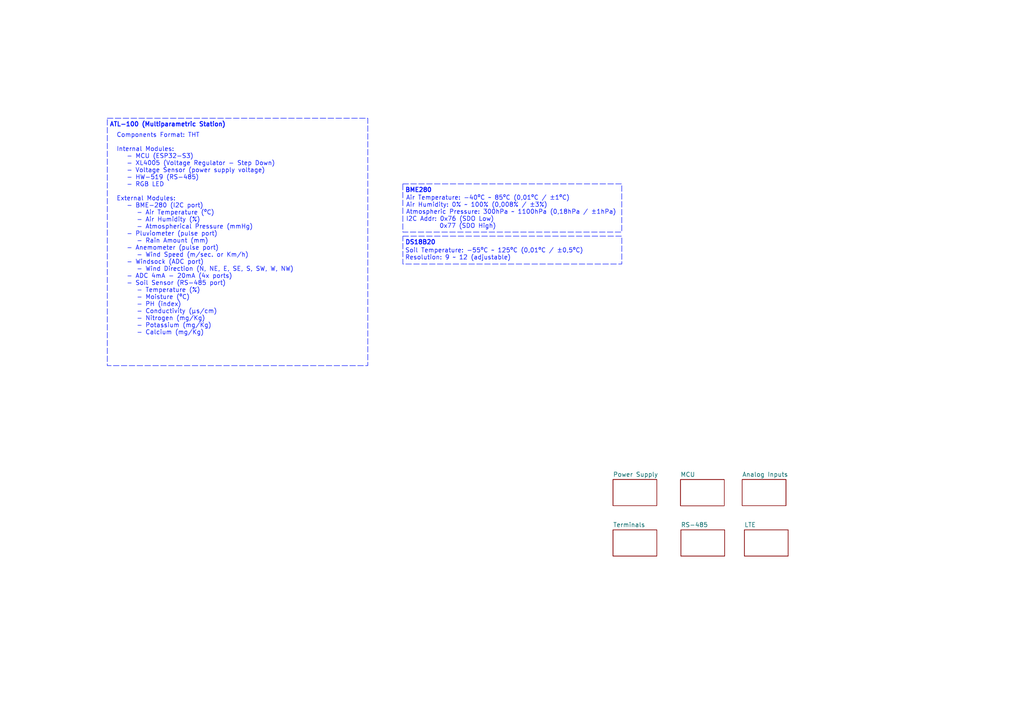
<source format=kicad_sch>
(kicad_sch
	(version 20231120)
	(generator "eeschema")
	(generator_version "8.0")
	(uuid "9f25808e-b525-4dd9-b9a0-a085d29b6aa9")
	(paper "A4")
	(title_block
		(title "ATL100 (Multiparametric Station) - THT Based")
		(date "2024-10-27")
		(rev "v1.0.0")
		(company "AgroTechLab (Laboratório de Desenvolvimento de Tecnologias para o Agrongócio)")
		(comment 1 "IFSC/Lages (Instituto Federal de Santa Catarina)")
		(comment 2 "Confidential (access prohibited without signing a non-disclosure agreement)")
		(comment 3 "Author: Robson Costa (robson.costa@ifsc.edu.br)")
		(comment 4 "Total Supply Current: ??mA (??mA)")
	)
	(lib_symbols)
	(rectangle
		(start 116.8512 68.4903)
		(end 180.3512 76.581)
		(stroke
			(width 0)
			(type dash)
			(color 9 23 255 1)
		)
		(fill
			(type none)
		)
		(uuid 116f9194-f64f-45a0-8b9a-99705056b4fd)
	)
	(rectangle
		(start 116.84 53.34)
		(end 180.34 67.31)
		(stroke
			(width 0)
			(type dash)
			(color 9 23 255 1)
		)
		(fill
			(type none)
		)
		(uuid b111abb3-dc05-4983-b15d-75d9f65a3920)
	)
	(rectangle
		(start 31.115 34.29)
		(end 106.68 106.045)
		(stroke
			(width 0)
			(type dash)
			(color 9 23 255 1)
		)
		(fill
			(type none)
		)
		(uuid e18e737f-4429-489d-80c4-12db1dc459d9)
	)
	(text "Soil Temperature: -55ºC ~ 125ºC (0,01ºC / ±0,5ºC)\nResolution: 9 ~ 12 (adjustable)"
		(exclude_from_sim no)
		(at 117.475 75.565 0)
		(effects
			(font
				(size 1.27 1.27)
				(color 9 23 255 1)
			)
			(justify left bottom)
		)
		(uuid "099a617b-4242-4f72-a60d-370e4c67f375")
	)
	(text "DS18B20"
		(exclude_from_sim no)
		(at 117.4862 71.1573 0)
		(effects
			(font
				(size 1.27 1.27)
				(thickness 0.254)
				(bold yes)
				(color 9 23 255 1)
			)
			(justify left bottom)
		)
		(uuid "689da098-f2f5-4be1-a9dc-21b24ea92f87")
	)
	(text "BME280"
		(exclude_from_sim no)
		(at 117.475 56.007 0)
		(effects
			(font
				(size 1.27 1.27)
				(thickness 0.254)
				(bold yes)
				(color 9 23 255 1)
			)
			(justify left bottom)
		)
		(uuid "8118cc7d-53b6-4d70-a3fd-166d4ab05c6b")
	)
	(text "Air Temperature: -40ºC ~ 85ºC (0,01ºC / ±1ºC)\nAir Humidity: 0% ~ 100% (0,008% / ±3%)\nAtmospheric Pressure: 300hPa ~ 1100hPa (0,18hPa / ±1hPa)\nI2C Addr: 0x76 (SDO Low)\n          0x77 (SDO High)"
		(exclude_from_sim no)
		(at 117.729 66.421 0)
		(effects
			(font
				(size 1.27 1.27)
				(color 9 23 255 1)
			)
			(justify left bottom)
		)
		(uuid "9375374d-4bd6-4491-ae12-b902cc161a4e")
	)
	(text "Components Format: THT\n\nInternal Modules:\n   - MCU (ESP32-S3)\n   - XL4005 (Voltage Regulator - Step Down)\n   - Voltage Sensor (power supply voltage)\n   - HW-519 (RS-485)\n   - RGB LED\n\nExternal Modules:\n   - BME-280 (I2C port)\n      - Air Temperature (ºC)\n      - Air Humidity (%)\n      - Atmospherical Pressure (mmHg)\n   - Pluviometer (pulse port)\n      - Rain Amount (mm)\n   - Anemometer (pulse port)\n      - Wind Speed (m/sec. or Km/h)\n   - Windsock (ADC port)\n      - Wind Direction (N, NE, E, SE, S, SW, W, NW)\n   - ADC 4mA - 20mA (4x ports)\n   - Soil Sensor (RS-485 port)\n      - Temperature (%)\n      - Moisture (ºC)\n      - PH (index)\n      - Conductivity (µs/cm)\n      - Nitrogen (mg/Kg)\n      - Potassium (mg/Kg)\n      - Calcium (mg/Kg)"
		(exclude_from_sim no)
		(at 33.782 97.282 0)
		(effects
			(font
				(size 1.27 1.27)
				(color 9 23 255 1)
			)
			(justify left bottom)
		)
		(uuid "bbaaf6d0-505b-4577-bd1c-8781cc0ae7f3")
	)
	(text "ATL-100 (Multiparametric Station)"
		(exclude_from_sim no)
		(at 31.75 36.957 0)
		(effects
			(font
				(size 1.27 1.27)
				(thickness 0.254)
				(bold yes)
				(color 9 23 255 1)
			)
			(justify left bottom)
		)
		(uuid "d87250de-b4f5-483b-a33c-49e998cf6508")
	)
	(sheet
		(at 215.9 153.67)
		(size 12.7 7.62)
		(fields_autoplaced yes)
		(stroke
			(width 0.1524)
			(type solid)
		)
		(fill
			(color 0 0 0 0.0000)
		)
		(uuid "1b4e39de-3bab-471d-83cb-55681f42f8a7")
		(property "Sheetname" "LTE"
			(at 215.9 152.9584 0)
			(effects
				(font
					(size 1.27 1.27)
				)
				(justify left bottom)
			)
		)
		(property "Sheetfile" "atl100_lte.kicad_sch"
			(at 215.9 161.8746 0)
			(effects
				(font
					(size 1.27 1.27)
				)
				(justify left top)
				(hide yes)
			)
		)
		(instances
			(project "atl100_tht"
				(path "/9f25808e-b525-4dd9-b9a0-a085d29b6aa9"
					(page "7")
				)
			)
		)
	)
	(sheet
		(at 215.265 139.065)
		(size 12.7 7.62)
		(fields_autoplaced yes)
		(stroke
			(width 0.1524)
			(type solid)
		)
		(fill
			(color 0 0 0 0.0000)
		)
		(uuid "29f70de5-6480-486a-8955-29b9906585b7")
		(property "Sheetname" "Analog Inputs"
			(at 215.265 138.3534 0)
			(effects
				(font
					(size 1.27 1.27)
				)
				(justify left bottom)
			)
		)
		(property "Sheetfile" "atl100_ai.kicad_sch"
			(at 215.265 147.2696 0)
			(effects
				(font
					(size 1.27 1.27)
				)
				(justify left top)
				(hide yes)
			)
		)
		(instances
			(project "atl100_tht"
				(path "/9f25808e-b525-4dd9-b9a0-a085d29b6aa9"
					(page "6")
				)
			)
		)
	)
	(sheet
		(at 197.485 153.67)
		(size 12.7 7.62)
		(fields_autoplaced yes)
		(stroke
			(width 0.1524)
			(type solid)
		)
		(fill
			(color 0 0 0 0.0000)
		)
		(uuid "8a01954d-e024-4ee7-97b8-27d2535202d8")
		(property "Sheetname" "RS-485"
			(at 197.485 152.9584 0)
			(effects
				(font
					(size 1.27 1.27)
				)
				(justify left bottom)
			)
		)
		(property "Sheetfile" "atl100_rs485.kicad_sch"
			(at 197.485 161.8746 0)
			(effects
				(font
					(size 1.27 1.27)
				)
				(justify left top)
				(hide yes)
			)
		)
		(instances
			(project "atl100_tht"
				(path "/9f25808e-b525-4dd9-b9a0-a085d29b6aa9"
					(page "5")
				)
			)
		)
	)
	(sheet
		(at 197.3673 139.0856)
		(size 12.7 7.62)
		(fields_autoplaced yes)
		(stroke
			(width 0.1524)
			(type solid)
		)
		(fill
			(color 0 0 0 0.0000)
		)
		(uuid "ea779f4c-b22e-42c2-a3f6-afd5ab6081d2")
		(property "Sheetname" "MCU"
			(at 197.3673 138.374 0)
			(effects
				(font
					(size 1.27 1.27)
				)
				(justify left bottom)
			)
		)
		(property "Sheetfile" "atl100_mcu.kicad_sch"
			(at 197.3673 147.2902 0)
			(effects
				(font
					(size 1.27 1.27)
				)
				(justify left top)
				(hide yes)
			)
		)
		(instances
			(project "atl100_tht"
				(path "/9f25808e-b525-4dd9-b9a0-a085d29b6aa9"
					(page "4")
				)
			)
		)
	)
	(sheet
		(at 177.8 139.065)
		(size 12.7 7.62)
		(fields_autoplaced yes)
		(stroke
			(width 0.1524)
			(type solid)
		)
		(fill
			(color 0 0 0 0.0000)
		)
		(uuid "eaaf634d-252e-431d-b15b-fb2b1eecc847")
		(property "Sheetname" "Power Supply"
			(at 177.8 138.3534 0)
			(effects
				(font
					(size 1.27 1.27)
				)
				(justify left bottom)
			)
		)
		(property "Sheetfile" "atl100_power_supply.kicad_sch"
			(at 177.8 147.2696 0)
			(effects
				(font
					(size 1.27 1.27)
				)
				(justify left top)
				(hide yes)
			)
		)
		(instances
			(project "atl100_tht"
				(path "/9f25808e-b525-4dd9-b9a0-a085d29b6aa9"
					(page "3")
				)
			)
		)
	)
	(sheet
		(at 177.8 153.67)
		(size 12.7 7.62)
		(fields_autoplaced yes)
		(stroke
			(width 0.1524)
			(type solid)
		)
		(fill
			(color 0 0 0 0.0000)
		)
		(uuid "f4015ec4-291b-42dc-92bb-09c8eb2ad1c1")
		(property "Sheetname" "Terminals"
			(at 177.8 152.9584 0)
			(effects
				(font
					(size 1.27 1.27)
				)
				(justify left bottom)
			)
		)
		(property "Sheetfile" "atl100_terminals.kicad_sch"
			(at 177.8 161.8746 0)
			(effects
				(font
					(size 1.27 1.27)
				)
				(justify left top)
				(hide yes)
			)
		)
		(instances
			(project "atl100_tht"
				(path "/9f25808e-b525-4dd9-b9a0-a085d29b6aa9"
					(page "2")
				)
			)
		)
	)
	(sheet_instances
		(path "/"
			(page "1")
		)
	)
)

</source>
